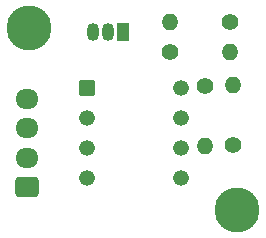
<source format=gbr>
%TF.GenerationSoftware,KiCad,Pcbnew,(7.0.0)*%
%TF.CreationDate,2023-12-21T13:59:44+01:00*%
%TF.ProjectId,LDR,4c44522e-6b69-4636-9164-5f7063625858,rev?*%
%TF.SameCoordinates,Original*%
%TF.FileFunction,Soldermask,Top*%
%TF.FilePolarity,Negative*%
%FSLAX46Y46*%
G04 Gerber Fmt 4.6, Leading zero omitted, Abs format (unit mm)*
G04 Created by KiCad (PCBNEW (7.0.0)) date 2023-12-21 13:59:44*
%MOMM*%
%LPD*%
G01*
G04 APERTURE LIST*
G04 Aperture macros list*
%AMRoundRect*
0 Rectangle with rounded corners*
0 $1 Rounding radius*
0 $2 $3 $4 $5 $6 $7 $8 $9 X,Y pos of 4 corners*
0 Add a 4 corners polygon primitive as box body*
4,1,4,$2,$3,$4,$5,$6,$7,$8,$9,$2,$3,0*
0 Add four circle primitives for the rounded corners*
1,1,$1+$1,$2,$3*
1,1,$1+$1,$4,$5*
1,1,$1+$1,$6,$7*
1,1,$1+$1,$8,$9*
0 Add four rect primitives between the rounded corners*
20,1,$1+$1,$2,$3,$4,$5,0*
20,1,$1+$1,$4,$5,$6,$7,0*
20,1,$1+$1,$6,$7,$8,$9,0*
20,1,$1+$1,$8,$9,$2,$3,0*%
G04 Aperture macros list end*
%ADD10C,3.800000*%
%ADD11C,1.400000*%
%ADD12O,1.400000X1.400000*%
%ADD13R,1.050000X1.500000*%
%ADD14O,1.050000X1.500000*%
%ADD15RoundRect,0.250000X0.725000X-0.600000X0.725000X0.600000X-0.725000X0.600000X-0.725000X-0.600000X0*%
%ADD16O,1.950000X1.700000*%
%ADD17RoundRect,0.102000X-0.565000X-0.565000X0.565000X-0.565000X0.565000X0.565000X-0.565000X0.565000X0*%
%ADD18C,1.334000*%
G04 APERTURE END LIST*
D10*
%TO.C,H1*%
X203250000Y-54900000D03*
%TD*%
D11*
%TO.C,R1*%
X220573600Y-64846200D03*
D12*
X220573599Y-59766199D03*
%TD*%
D11*
%TO.C,R2*%
X220294200Y-54356000D03*
D12*
X215214199Y-54355999D03*
%TD*%
D11*
%TO.C,R3*%
X218211400Y-59791600D03*
D12*
X218211399Y-64871599D03*
%TD*%
D11*
%TO.C,R4*%
X215214200Y-56946800D03*
D12*
X220294199Y-56946799D03*
%TD*%
D13*
%TO.C,Q1*%
X211251799Y-55215199D03*
D14*
X209981799Y-55215199D03*
X208711799Y-55215199D03*
%TD*%
D10*
%TO.C,H2*%
X220900000Y-70300000D03*
%TD*%
D15*
%TO.C,J2*%
X203073000Y-68373000D03*
D16*
X203072999Y-65872999D03*
X203072999Y-63372999D03*
X203072999Y-60872999D03*
%TD*%
D17*
%TO.C,U1*%
X208196200Y-59969400D03*
D18*
X208196200Y-62509400D03*
X208196200Y-65049400D03*
X208196200Y-67589400D03*
X216136200Y-67589400D03*
X216136200Y-65049400D03*
X216136200Y-62509400D03*
X216136200Y-59969400D03*
%TD*%
M02*

</source>
